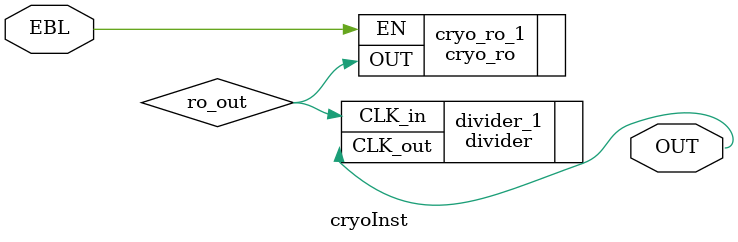
<source format=v>
module cryoInst
(
	input EBL,
	output OUT
	);

	wire ro_out;

	cryo_ro cryo_ro_1(
		.EN(EBL),
		.OUT(ro_out)
	);

	divider divider_1(
	       	.CLK_in(ro_out),
		.CLK_out(OUT)
	);

endmodule

</source>
